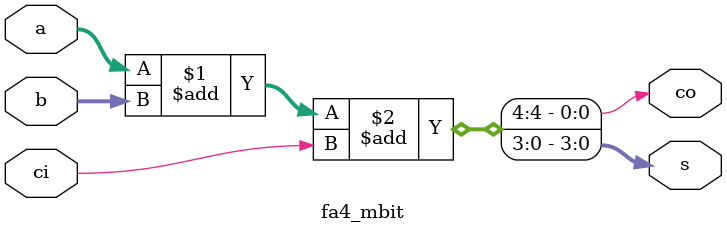
<source format=v>
module fa ( s, co, a, b, ci );

output s ; 
output co ;

input a ;
input b ;
input ci ;

assign { co, s } = a + b + ci ;

endmodule

module fa4_inst( s, co, a, b, ci );

output [3:0] s ; 
output 	     co ; 

input [3:0] a ;  
input [3:0] b ;
input ci ;

wire [2:0] carry ;

fa fa_u0( .s ( s[0] ),
	  .co ( carry[0] ),
	  .a ( a[0] ),
	  .b ( b[0] ),
	  .ci ( ci ));

fa fa_u1( .s ( s[1] ),
	  .co ( carry[1] ),
	  .a ( a[1] ),
	  .b ( b[1] ),
	  .ci ( carry[0]));

fa fa_u2( .s ( s[2] ),
	  .co ( carry[2] ),
	  .a ( a[2] ),
	  .b ( b[2] ),
	  .ci ( carry[1] ));

fa fa_u3( .s ( s[3] ),
	  .co ( co ),
	  .a ( a[3] ),
	  .b ( b[3] ),
	  .ci ( carry[2] ));

endmodule

module fa4_mbit( s, co, a, b, ci );

output [3:0] s ; // sum
output 	     co ; // carry out

input [3:0] a ; // input a
input [3:0] b ; // input b
input       ci ; // carry in

assign {co, s} = a + b + ci;

endmodule

</source>
